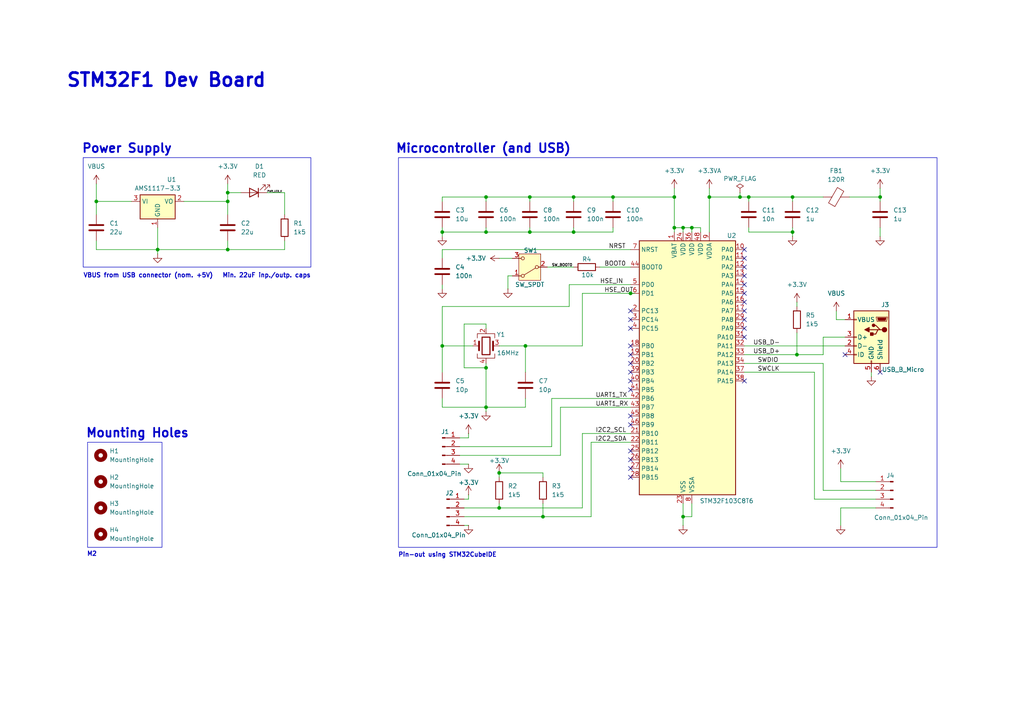
<source format=kicad_sch>
(kicad_sch (version 20231120) (generator "eeschema") (generator_version "8.0")
  (paper "A4")
  (title_block (title "STM32F1 Dev Board") (date "2024-03-10") (rev "0.1") (company "Royce Thomas Iype"))
  (lib_symbols
    (symbol "Connector:Conn_01x04_Pin" (pin_names (offset 1.016) hide)
      (property "Reference" "J" (at 0 5.08 0))
      (property "Value" "Conn_01x04_Pin" (at 0 -7.62 0))
      (symbol "Conn_01x04_Pin_1_1"
        (polyline (pts (xy 1.27 -5.08) (xy 0.8636 -5.08)) (stroke (width 0.1524)))
        (polyline (pts (xy 1.27 -2.54) (xy 0.8636 -2.54)) (stroke (width 0.1524)))
        (polyline (pts (xy 1.27 0) (xy 0.8636 0)) (stroke (width 0.1524)))
        (polyline (pts (xy 1.27 2.54) (xy 0.8636 2.54)) (stroke (width 0.1524)))
        (rectangle (start 0.8636 -4.953) (end 0 -5.207) (stroke (width 0.1524)) (fill (type outline)))
        (rectangle (start 0.8636 -2.413) (end 0 -2.667) (stroke (width 0.1524)) (fill (type outline)))
        (rectangle (start 0.8636 0.127) (end 0 -0.127) (stroke (width 0.1524)) (fill (type outline)))
        (rectangle (start 0.8636 2.667) (end 0 2.413) (stroke (width 0.1524)) (fill (type outline)))
        (pin passive line (at 5.08 2.54 180) (length 3.81) (name "Pin_1") (number "1"))
        (pin passive line (at 5.08 0 180) (length 3.81) (name "Pin_2") (number "2"))
        (pin passive line (at 5.08 -2.54 180) (length 3.81) (name "Pin_3") (number "3"))
        (pin passive line (at 5.08 -5.08 180) (length 3.81) (name "Pin_4") (number "4"))
      )
    )
    (symbol "Connector:USB_B_Micro" (pin_names (offset 1.016))
      (property "Reference" "J" (at -5.08 11.43 0))
      (property "Value" "USB_B_Micro" (at -5.08 8.89 0))
      (symbol "USB_B_Micro_0_1"
        (rectangle (start -5.08 -7.62) (end 5.08 7.62) (stroke (width 0.254)) (fill (type background)))
        (circle (center -3.81 2.159) (radius 0.635) (stroke (width 0.254)) (fill (type outline)))
        (circle (center -0.635 3.429) (radius 0.381) (stroke (width 0.254)) (fill (type outline)))
        (rectangle (start -0.127 -7.62) (end 0.127 -6.858))
        (polyline (pts (xy -1.905 2.159) (xy 0.635 2.159)) (stroke (width 0.254)))
        (polyline (pts (xy -3.175 2.159) (xy -2.54 2.159) (xy -1.27 3.429) (xy -0.635 3.429)) (stroke (width 0.254)))
        (polyline (pts (xy -2.54 2.159) (xy -1.905 2.159) (xy -1.27 0.889) (xy 0 0.889)) (stroke (width 0.254)))
        (polyline (pts (xy 0.635 2.794) (xy 0.635 1.524) (xy 1.905 2.159) (xy 0.635 2.794)) (stroke (width 0.254)) (fill (type outline)))
        (polyline (pts (xy -4.318 5.588) (xy -1.778 5.588) (xy -2.032 4.826) (xy -4.064 4.826) (xy -4.318 5.588)) (fill (type outline)))
        (polyline (pts (xy -4.699 5.842) (xy -4.699 5.588) (xy -4.445 4.826) (xy -4.445 4.572) (xy -1.651 4.572) (xy -1.651 4.826) (xy -1.397 5.588) (xy -1.397 5.842) (xy -4.699 5.842)))
        (rectangle (start 0.254 1.27) (end -0.508 0.508) (stroke (width 0.254)) (fill (type outline)))
        (rectangle (start 5.08 -5.207) (end 4.318 -4.953))
        (rectangle (start 5.08 -2.667) (end 4.318 -2.413))
        (rectangle (start 5.08 -0.127) (end 4.318 0.127))
        (rectangle (start 5.08 4.953) (end 4.318 5.207))
      )
      (symbol "USB_B_Micro_1_1"
        (pin power_out line (at 7.62 5.08 180) (length 2.54) (name "VBUS") (number "1"))
        (pin bidirectional line (at 7.62 -2.54 180) (length 2.54) (name "D-") (number "2"))
        (pin bidirectional line (at 7.62 0 180) (length 2.54) (name "D+") (number "3"))
        (pin passive line (at 7.62 -5.08 180) (length 2.54) (name "ID") (number "4"))
        (pin power_out line (at 0 -10.16 90) (length 2.54) (name "GND") (number "5"))
        (pin passive line (at -2.54 -10.16 90) (length 2.54) (name "Shield") (number "6"))
      )
    )
    (symbol "Device:C" (pin_numbers hide) (pin_names (offset 0.254))
      (property "Reference" "C" (at 0.635 2.54 0))
      (property "Value" "C" (at 0.635 -2.54 0))
      (symbol "C_0_1"
        (polyline (pts (xy -2.032 -0.762) (xy 2.032 -0.762)) (stroke (width 0.508)))
        (polyline (pts (xy -2.032 0.762) (xy 2.032 0.762)) (stroke (width 0.508)))
      )
      (symbol "C_1_1"
        (pin passive line (at 0 3.81 270) (length 2.794) (name "~") (number "1"))
        (pin passive line (at 0 -3.81 90) (length 2.794) (name "~") (number "2"))
      )
    )
    (symbol "Device:Crystal_GND24" (pin_names (offset 1.016) hide)
      (property "Reference" "Y" (at 3.175 5.08 0))
      (property "Value" "Crystal_GND24" (at 3.175 3.175 0))
      (symbol "Crystal_GND24_0_1"
        (rectangle (start -1.143 2.54) (end 1.143 -2.54) (stroke (width 0.3048)))
        (polyline (pts (xy -2.54 0) (xy -2.032 0)))
        (polyline (pts (xy -2.032 -1.27) (xy -2.032 1.27)) (stroke (width 0.508)))
        (polyline (pts (xy 0 -3.81) (xy 0 -3.556)))
        (polyline (pts (xy 0 3.556) (xy 0 3.81)))
        (polyline (pts (xy 2.032 -1.27) (xy 2.032 1.27)) (stroke (width 0.508)))
        (polyline (pts (xy 2.032 0) (xy 2.54 0)))
        (polyline (pts (xy -2.54 -2.286) (xy -2.54 -3.556) (xy 2.54 -3.556) (xy 2.54 -2.286)))
        (polyline (pts (xy -2.54 2.286) (xy -2.54 3.556) (xy 2.54 3.556) (xy 2.54 2.286)))
      )
      (symbol "Crystal_GND24_1_1"
        (pin passive line (at -3.81 0 0) (length 1.27) (name "1") (number "1"))
        (pin passive line (at 0 5.08 270) (length 1.27) (name "2") (number "2"))
        (pin passive line (at 3.81 0 180) (length 1.27) (name "3") (number "3"))
        (pin passive line (at 0 -5.08 90) (length 1.27) (name "4") (number "4"))
      )
    )
    (symbol "Device:FerriteBead" (pin_numbers hide) (pin_names (offset 0))
      (property "Reference" "FB" (at -3.81 0.635 90))
      (property "Value" "FerriteBead" (at 3.81 0 90))
      (symbol "FerriteBead_0_1"
        (polyline (pts (xy 0 -1.27) (xy 0 -1.2192)))
        (polyline (pts (xy 0 1.27) (xy 0 1.2954)))
        (polyline (pts (xy -2.7686 0.4064) (xy -1.7018 2.2606) (xy 2.7686 -0.3048) (xy 1.6764 -2.159) (xy -2.7686 0.4064)))
      )
      (symbol "FerriteBead_1_1"
        (pin passive line (at 0 3.81 270) (length 2.54) (name "~") (number "1"))
        (pin passive line (at 0 -3.81 90) (length 2.54) (name "~") (number "2"))
      )
    )
    (symbol "Device:LED" (pin_numbers hide) (pin_names (offset 1.016) hide)
      (property "Reference" "D" (at 0 2.54 0))
      (property "Value" "LED" (at 0 -2.54 0))
      (symbol "LED_0_1"
        (polyline (pts (xy -1.27 -1.27) (xy -1.27 1.27)) (stroke (width 0.254)))
        (polyline (pts (xy -1.27 0) (xy 1.27 0)))
        (polyline (pts (xy 1.27 -1.27) (xy 1.27 1.27) (xy -1.27 0) (xy 1.27 -1.27)) (stroke (width 0.254)))
        (polyline (pts (xy -3.048 -0.762) (xy -4.572 -2.286) (xy -3.81 -2.286) (xy -4.572 -2.286) (xy -4.572 -1.524)))
        (polyline (pts (xy -1.778 -0.762) (xy -3.302 -2.286) (xy -2.54 -2.286) (xy -3.302 -2.286) (xy -3.302 -1.524)))
      )
      (symbol "LED_1_1"
        (pin passive line (at -3.81 0 0) (length 2.54) (name "K") (number "1"))
        (pin passive line (at 3.81 0 180) (length 2.54) (name "A") (number "2"))
      )
    )
    (symbol "Device:R" (pin_numbers hide) (pin_names (offset 0))
      (property "Reference" "R" (at 2.032 0 90))
      (property "Value" "R" (at 0 0 90))
      (symbol "R_0_1"
        (rectangle (start -1.016 -2.54) (end 1.016 2.54) (stroke (width 0.254)))
      )
      (symbol "R_1_1"
        (pin passive line (at 0 3.81 270) (length 1.27) (name "~") (number "1"))
        (pin passive line (at 0 -3.81 90) (length 1.27) (name "~") (number "2"))
      )
    )
    (symbol "MCU_ST_STM32F1:STM32F103C8Tx"
      (property "Reference" "U" (at -12.7 39.37 0))
      (property "Value" "STM32F103C8Tx" (at 10.16 39.37 0))
      (symbol "STM32F103C8Tx_0_1"
        (rectangle (start -12.7 -35.56) (end 15.24 38.1) (stroke (width 0.254)) (fill (type background)))
      )
      (symbol "STM32F103C8Tx_1_1"
        (pin power_in line (at -2.54 40.64 270) (length 2.54) (name "VBAT") (number "1"))
        (pin bidirectional line (at 17.78 35.56 180) (length 2.54) (name "PA0") (number "10"))
        (pin bidirectional line (at 17.78 33.02 180) (length 2.54) (name "PA1") (number "11"))
        (pin bidirectional line (at 17.78 30.48 180) (length 2.54) (name "PA2") (number "12"))
        (pin bidirectional line (at 17.78 27.94 180) (length 2.54) (name "PA3") (number "13"))
        (pin bidirectional line (at 17.78 25.4 180) (length 2.54) (name "PA4") (number "14"))
        (pin bidirectional line (at 17.78 22.86 180) (length 2.54) (name "PA5") (number "15"))
        (pin bidirectional line (at 17.78 20.32 180) (length 2.54) (name "PA6") (number "16"))
        (pin bidirectional line (at 17.78 17.78 180) (length 2.54) (name "PA7") (number "17"))
        (pin bidirectional line (at -15.24 7.62 0) (length 2.54) (name "PB0") (number "18"))
        (pin bidirectional line (at -15.24 5.08 0) (length 2.54) (name "PB1") (number "19"))
        (pin bidirectional line (at -15.24 17.78 0) (length 2.54) (name "PC13") (number "2"))
        (pin bidirectional line (at -15.24 2.54 0) (length 2.54) (name "PB2") (number "20"))
        (pin bidirectional line (at -15.24 -17.78 0) (length 2.54) (name "PB10") (number "21"))
        (pin bidirectional line (at -15.24 -20.32 0) (length 2.54) (name "PB11") (number "22"))
        (pin power_in line (at 0 -38.1 90) (length 2.54) (name "VSS") (number "23"))
        (pin power_in line (at 0 40.64 270) (length 2.54) (name "VDD") (number "24"))
        (pin bidirectional line (at -15.24 -22.86 0) (length 2.54) (name "PB12") (number "25"))
        (pin bidirectional line (at -15.24 -25.4 0) (length 2.54) (name "PB13") (number "26"))
        (pin bidirectional line (at -15.24 -27.94 0) (length 2.54) (name "PB14") (number "27"))
        (pin bidirectional line (at -15.24 -30.48 0) (length 2.54) (name "PB15") (number "28"))
        (pin bidirectional line (at 17.78 15.24 180) (length 2.54) (name "PA8") (number "29"))
        (pin bidirectional line (at -15.24 15.24 0) (length 2.54) (name "PC14") (number "3"))
        (pin bidirectional line (at 17.78 12.7 180) (length 2.54) (name "PA9") (number "30"))
        (pin bidirectional line (at 17.78 10.16 180) (length 2.54) (name "PA10") (number "31"))
        (pin bidirectional line (at 17.78 7.62 180) (length 2.54) (name "PA11") (number "32"))
        (pin bidirectional line (at 17.78 5.08 180) (length 2.54) (name "PA12") (number "33"))
        (pin bidirectional line (at 17.78 2.54 180) (length 2.54) (name "PA13") (number "34"))
        (pin passive line (at 0 -38.1 90) (length 2.54) hide (name "VSS") (number "35"))
        (pin power_in line (at 2.54 40.64 270) (length 2.54) (name "VDD") (number "36"))
        (pin bidirectional line (at 17.78 0 180) (length 2.54) (name "PA14") (number "37"))
        (pin bidirectional line (at 17.78 -2.54 180) (length 2.54) (name "PA15") (number "38"))
        (pin bidirectional line (at -15.24 0 0) (length 2.54) (name "PB3") (number "39"))
        (pin bidirectional line (at -15.24 12.7 0) (length 2.54) (name "PC15") (number "4"))
        (pin bidirectional line (at -15.24 -2.54 0) (length 2.54) (name "PB4") (number "40"))
        (pin bidirectional line (at -15.24 -5.08 0) (length 2.54) (name "PB5") (number "41"))
        (pin bidirectional line (at -15.24 -7.62 0) (length 2.54) (name "PB6") (number "42"))
        (pin bidirectional line (at -15.24 -10.16 0) (length 2.54) (name "PB7") (number "43"))
        (pin input line (at -15.24 30.48 0) (length 2.54) (name "BOOT0") (number "44"))
        (pin bidirectional line (at -15.24 -12.7 0) (length 2.54) (name "PB8") (number "45"))
        (pin bidirectional line (at -15.24 -15.24 0) (length 2.54) (name "PB9") (number "46"))
        (pin passive line (at 0 -38.1 90) (length 2.54) hide (name "VSS") (number "47"))
        (pin power_in line (at 5.08 40.64 270) (length 2.54) (name "VDD") (number "48"))
        (pin bidirectional line (at -15.24 25.4 0) (length 2.54) (name "PD0") (number "5"))
        (pin bidirectional line (at -15.24 22.86 0) (length 2.54) (name "PD1") (number "6"))
        (pin input line (at -15.24 35.56 0) (length 2.54) (name "NRST") (number "7"))
        (pin power_in line (at 2.54 -38.1 90) (length 2.54) (name "VSSA") (number "8"))
        (pin power_in line (at 7.62 40.64 270) (length 2.54) (name "VDDA") (number "9"))
      )
    )
    (symbol "Mechanical:MountingHole" (pin_names (offset 1.016))
      (property "Reference" "H" (at 0 5.08 0))
      (property "Value" "MountingHole" (at 0 3.175 0))
      (symbol "MountingHole_0_1"
        (circle (center 0 0) (radius 1.27) (stroke (width 1.27)))
      )
    )
    (symbol "Regulator_Linear:AMS1117-3.3"
      (property "Reference" "U" (at -3.81 3.175 0))
      (property "Value" "AMS1117-3.3" (at 0 3.175 0))
      (symbol "AMS1117-3.3_0_1"
        (rectangle (start -5.08 -5.08) (end 5.08 1.905) (stroke (width 0.254)) (fill (type background)))
      )
      (symbol "AMS1117-3.3_1_1"
        (pin power_in line (at 0 -7.62 90) (length 2.54) (name "GND") (number "1"))
        (pin power_out line (at 7.62 0 180) (length 2.54) (name "VO") (number "2"))
        (pin power_in line (at -7.62 0 0) (length 2.54) (name "VI") (number "3"))
      )
    )
    (symbol "Switch:SW_SPDT" (pin_names (offset 0) hide)
      (property "Reference" "SW" (at 0 5.08 0))
      (property "Value" "SW_SPDT" (at 0 -5.08 0))
      (symbol "SW_SPDT_0_1"
        (circle (center -2.032 0) (radius 0.4572))
        (polyline (pts (xy -1.651 0.254) (xy 1.651 2.286)))
        (circle (center 2.032 -2.54) (radius 0.4572))
        (circle (center 2.032 2.54) (radius 0.4572))
      )
      (symbol "SW_SPDT_1_1"
        (rectangle (start -3.175 3.81) (end 3.175 -3.81) (fill (type background)))
        (pin passive line (at 5.08 2.54 180) (length 2.54) (name "A") (number "1"))
        (pin passive line (at -5.08 0 0) (length 2.54) (name "B") (number "2"))
        (pin passive line (at 5.08 -2.54 180) (length 2.54) (name "C") (number "3"))
      )
    )
    (symbol "power:+3.3V" (power) (pin_numbers hide) (pin_names (offset 0) hide)
      (property "Value" "+3.3V" (at 0 3.556 0))
      (symbol "+3.3V_0_1"
        (polyline (pts (xy -0.762 1.27) (xy 0 2.54)))
        (polyline (pts (xy 0 0) (xy 0 2.54)))
        (polyline (pts (xy 0 2.54) (xy 0.762 1.27)))
      )
      (symbol "+3.3V_1_1"
        (pin power_in line (at 0 0 90) (length 0) (name "~") (number "1"))
      )
    )
    (symbol "power:+3.3VA" (power) (pin_numbers hide) (pin_names (offset 0) hide)
      (property "Value" "+3.3VA" (at 0 3.556 0))
      (symbol "+3.3VA_0_1"
        (polyline (pts (xy -0.762 1.27) (xy 0 2.54)))
        (polyline (pts (xy 0 0) (xy 0 2.54)))
        (polyline (pts (xy 0 2.54) (xy 0.762 1.27)))
      )
      (symbol "+3.3VA_1_1"
        (pin power_in line (at 0 0 90) (length 0) (name "~") (number "1"))
      )
    )
    (symbol "power:GND" (power) (pin_numbers hide) (pin_names (offset 0) hide)
      (property "Value" "GND" (at 0 -3.81 0))
      (symbol "GND_0_1"
        (polyline (pts (xy 0 0) (xy 0 -1.27) (xy 1.27 -1.27) (xy 0 -2.54) (xy -1.27 -1.27) (xy 0 -1.27)))
      )
      (symbol "GND_1_1"
        (pin power_in line (at 0 0 270) (length 0) (name "~") (number "1"))
      )
    )
    (symbol "power:PWR_FLAG" (power) (pin_numbers hide) (pin_names (offset 0) hide)
      (property "Value" "PWR_FLAG" (at 0 3.81 0))
      (symbol "PWR_FLAG_0_0"
        (pin power_out line (at 0 0 90) (length 0) (name "~") (number "1"))
      )
      (symbol "PWR_FLAG_0_1"
        (polyline (pts (xy 0 0) (xy 0 1.27) (xy -1.016 1.905) (xy 0 2.54) (xy 1.016 1.905) (xy 0 1.27)))
      )
    )
    (symbol "power:VBUS" (power) (pin_numbers hide) (pin_names (offset 0) hide)
      (property "Value" "VBUS" (at 0 3.556 0))
      (symbol "VBUS_0_1"
        (polyline (pts (xy -0.762 1.27) (xy 0 2.54)))
        (polyline (pts (xy 0 0) (xy 0 2.54)))
        (polyline (pts (xy 0 2.54) (xy 0.762 1.27)))
      )
      (symbol "VBUS_1_1"
        (pin power_in line (at 0 0 90) (length 0) (name "~") (number "1"))
      )
    )
  )
  (junction (at 231.14 102.87))
  (junction (at 45.72 72.39))
  (junction (at 198.12 66.04))
  (junction (at 153.67 67.31))
  (junction (at 166.37 67.31))
  (junction (at 195.58 57.15))
  (junction (at 140.97 57.15))
  (junction (at 140.97 118.11))
  (junction (at 66.04 58.42))
  (junction (at 140.97 106.68))
  (junction (at 177.8 57.15))
  (junction (at 153.67 57.15))
  (junction (at 157.48 149.86))
  (junction (at 195.58 66.04))
  (junction (at 128.27 67.31))
  (junction (at 205.74 57.15))
  (junction (at 140.97 67.31))
  (junction (at 255.27 57.15))
  (junction (at 152.4 100.33))
  (junction (at 66.04 72.39))
  (junction (at 128.27 100.33))
  (junction (at 182.88 85.09))
  (junction (at 200.66 66.04))
  (junction (at 198.12 149.86))
  (junction (at 229.87 57.15))
  (junction (at 66.04 55.88))
  (junction (at 144.78 137.16))
  (junction (at 217.17 57.15))
  (junction (at 214.63 57.15))
  (junction (at 166.37 57.15))
  (junction (at 229.87 67.31))
  (junction (at 144.78 147.32))
  (junction (at 27.94 58.42))
  (no_connect (at 255.27 107.95))
  (no_connect (at 182.88 110.49))
  (no_connect (at 215.9 85.09))
  (no_connect (at 182.88 120.65))
  (no_connect (at 215.9 72.39))
  (no_connect (at 215.9 97.79))
  (no_connect (at 182.88 90.17))
  (no_connect (at 182.88 95.25))
  (no_connect (at 182.88 102.87))
  (no_connect (at 182.88 133.35))
  (no_connect (at 215.9 74.93))
  (no_connect (at 215.9 80.01))
  (no_connect (at 215.9 110.49))
  (no_connect (at 215.9 82.55))
  (no_connect (at 182.88 113.03))
  (no_connect (at 182.88 123.19))
  (no_connect (at 245.11 102.87))
  (no_connect (at 182.88 92.71))
  (no_connect (at 215.9 77.47))
  (no_connect (at 215.9 92.71))
  (no_connect (at 215.9 95.25))
  (no_connect (at 182.88 135.89))
  (no_connect (at 182.88 100.33))
  (no_connect (at 182.88 107.95))
  (no_connect (at 215.9 87.63))
  (no_connect (at 182.88 130.81))
  (no_connect (at 182.88 105.41))
  (no_connect (at 215.9 90.17))
  (no_connect (at 182.88 138.43))
  (wire (pts (xy 128.27 57.15) (xy 140.97 57.15)))
  (wire (pts (xy 45.72 72.39) (xy 45.72 73.66)))
  (wire (pts (xy 66.04 53.34) (xy 66.04 55.88)))
  (wire (pts (xy 27.94 58.42) (xy 27.94 62.23)))
  (wire (pts (xy 238.76 142.24) (xy 254 142.24)))
  (wire (pts (xy 152.4 100.33) (xy 152.4 107.95)))
  (wire (pts (xy 162.56 118.11) (xy 182.88 118.11)))
  (wire (pts (xy 229.87 57.15) (xy 238.76 57.15)))
  (wire (pts (xy 27.94 69.85) (xy 27.94 72.39)))
  (wire (pts (xy 255.27 54.61) (xy 255.27 57.15)))
  (wire (pts (xy 157.48 137.16) (xy 157.48 138.43)))
  (wire (pts (xy 140.97 93.98) (xy 134.62 93.98)))
  (wire (pts (xy 198.12 149.86) (xy 198.12 152.4)))
  (wire (pts (xy 153.67 57.15) (xy 153.67 58.42)))
  (wire (pts (xy 135.89 144.78) (xy 134.62 144.78)))
  (wire (pts (xy 205.74 54.61) (xy 205.74 57.15)))
  (wire (pts (xy 157.48 146.05) (xy 157.48 149.86)))
  (wire (pts (xy 160.02 115.57) (xy 182.88 115.57)))
  (wire (pts (xy 215.9 100.33) (xy 245.11 100.33)))
  (wire (pts (xy 140.97 57.15) (xy 153.67 57.15)))
  (wire (pts (xy 215.9 102.87) (xy 231.14 102.87)))
  (wire (pts (xy 165.1 82.55) (xy 182.88 82.55)))
  (wire (pts (xy 135.89 152.4) (xy 134.62 152.4)))
  (wire (pts (xy 160.02 115.57) (xy 160.02 129.54)))
  (wire (pts (xy 128.27 100.33) (xy 128.27 88.9)))
  (wire (pts (xy 217.17 57.15) (xy 229.87 57.15)))
  (wire (pts (xy 128.27 100.33) (xy 128.27 107.95)))
  (wire (pts (xy 205.74 57.15) (xy 214.63 57.15)))
  (wire (pts (xy 229.87 57.15) (xy 229.87 58.42)))
  (wire (pts (xy 133.35 129.54) (xy 160.02 129.54)))
  (wire (pts (xy 140.97 57.15) (xy 140.97 58.42)))
  (wire (pts (xy 144.78 138.43) (xy 144.78 137.16)))
  (wire (pts (xy 198.12 146.05) (xy 198.12 149.86)))
  (wire (pts (xy 128.27 67.31) (xy 140.97 67.31)))
  (wire (pts (xy 128.27 58.42) (xy 128.27 57.15)))
  (wire (pts (xy 27.94 58.42) (xy 38.1 58.42)))
  (wire (pts (xy 134.62 106.68) (xy 140.97 106.68)))
  (wire (pts (xy 217.17 57.15) (xy 217.17 58.42)))
  (wire (pts (xy 66.04 55.88) (xy 66.04 58.42)))
  (wire (pts (xy 144.78 100.33) (xy 152.4 100.33)))
  (wire (pts (xy 195.58 54.61) (xy 195.58 57.15)))
  (wire (pts (xy 128.27 100.33) (xy 137.16 100.33)))
  (wire (pts (xy 82.55 69.85) (xy 82.55 72.39)))
  (wire (pts (xy 203.2 66.04) (xy 203.2 67.31)))
  (wire (pts (xy 153.67 57.15) (xy 166.37 57.15)))
  (wire (pts (xy 134.62 147.32) (xy 144.78 147.32)))
  (wire (pts (xy 82.55 72.39) (xy 66.04 72.39)))
  (wire (pts (xy 128.27 118.11) (xy 140.97 118.11)))
  (wire (pts (xy 66.04 58.42) (xy 66.04 62.23)))
  (wire (pts (xy 198.12 66.04) (xy 200.66 66.04)))
  (wire (pts (xy 243.84 139.7) (xy 254 139.7)))
  (wire (pts (xy 173.99 77.47) (xy 182.88 77.47)))
  (wire (pts (xy 128.27 67.31) (xy 128.27 68.58)))
  (wire (pts (xy 158.75 77.47) (xy 166.37 77.47)))
  (wire (pts (xy 153.67 67.31) (xy 153.67 66.04)))
  (wire (pts (xy 144.78 137.16) (xy 157.48 137.16)))
  (wire (pts (xy 238.76 102.87) (xy 238.76 97.79)))
  (wire (pts (xy 215.9 107.95) (xy 236.22 107.95)))
  (wire (pts (xy 166.37 67.31) (xy 177.8 67.31)))
  (wire (pts (xy 128.27 72.39) (xy 182.88 72.39)))
  (wire (pts (xy 162.56 118.11) (xy 162.56 132.08)))
  (wire (pts (xy 243.84 152.4) (xy 243.84 147.32)))
  (wire (pts (xy 140.97 67.31) (xy 153.67 67.31)))
  (wire (pts (xy 157.48 149.86) (xy 171.45 149.86)))
  (wire (pts (xy 231.14 102.87) (xy 238.76 102.87)))
  (wire (pts (xy 195.58 66.04) (xy 198.12 66.04)))
  (wire (pts (xy 77.47 55.88) (xy 82.55 55.88)))
  (wire (pts (xy 200.66 146.05) (xy 200.66 149.86)))
  (wire (pts (xy 45.72 66.04) (xy 45.72 72.39)))
  (wire (pts (xy 135.89 143.51) (xy 135.89 144.78)))
  (wire (pts (xy 128.27 115.57) (xy 128.27 118.11)))
  (wire (pts (xy 177.8 67.31) (xy 177.8 66.04)))
  (wire (pts (xy 140.97 118.11) (xy 152.4 118.11)))
  (wire (pts (xy 147.32 83.82) (xy 147.32 80.01)))
  (wire (pts (xy 236.22 107.95) (xy 236.22 144.78)))
  (wire (pts (xy 229.87 67.31) (xy 229.87 68.58)))
  (wire (pts (xy 195.58 57.15) (xy 195.58 66.04)))
  (wire (pts (xy 140.97 106.68) (xy 140.97 105.41)))
  (wire (pts (xy 171.45 149.86) (xy 171.45 128.27)))
  (wire (pts (xy 217.17 67.31) (xy 229.87 67.31)))
  (wire (pts (xy 140.97 95.25) (xy 140.97 93.98)))
  (wire (pts (xy 140.97 106.68) (xy 140.97 118.11)))
  (wire (pts (xy 134.62 149.86) (xy 157.48 149.86)))
  (wire (pts (xy 238.76 105.41) (xy 238.76 142.24)))
  (wire (pts (xy 27.94 53.34) (xy 27.94 58.42)))
  (wire (pts (xy 152.4 115.57) (xy 152.4 118.11)))
  (wire (pts (xy 166.37 57.15) (xy 177.8 57.15)))
  (wire (pts (xy 45.72 72.39) (xy 66.04 72.39)))
  (wire (pts (xy 184.15 85.09) (xy 182.88 85.09)))
  (wire (pts (xy 215.9 105.41) (xy 238.76 105.41)))
  (wire (pts (xy 168.91 85.09) (xy 168.91 100.33)))
  (wire (pts (xy 242.57 90.17) (xy 242.57 92.71)))
  (wire (pts (xy 252.73 109.22) (xy 252.73 107.95)))
  (wire (pts (xy 246.38 57.15) (xy 255.27 57.15)))
  (wire (pts (xy 134.62 93.98) (xy 134.62 106.68)))
  (wire (pts (xy 200.66 66.04) (xy 203.2 66.04)))
  (wire (pts (xy 177.8 57.15) (xy 177.8 58.42)))
  (wire (pts (xy 205.74 67.31) (xy 205.74 57.15)))
  (wire (pts (xy 168.91 85.09) (xy 182.88 85.09)))
  (wire (pts (xy 128.27 82.55) (xy 128.27 83.82)))
  (wire (pts (xy 171.45 128.27) (xy 182.88 128.27)))
  (wire (pts (xy 66.04 55.88) (xy 69.85 55.88)))
  (wire (pts (xy 217.17 66.04) (xy 217.17 67.31)))
  (wire (pts (xy 198.12 149.86) (xy 200.66 149.86)))
  (wire (pts (xy 231.14 96.52) (xy 231.14 102.87)))
  (wire (pts (xy 135.89 127) (xy 133.35 127)))
  (wire (pts (xy 214.63 57.15) (xy 217.17 57.15)))
  (wire (pts (xy 128.27 66.04) (xy 128.27 67.31)))
  (wire (pts (xy 166.37 67.31) (xy 166.37 66.04)))
  (wire (pts (xy 214.63 55.88) (xy 214.63 57.15)))
  (wire (pts (xy 177.8 57.15) (xy 195.58 57.15)))
  (wire (pts (xy 153.67 67.31) (xy 166.37 67.31)))
  (wire (pts (xy 128.27 74.93) (xy 128.27 72.39)))
  (wire (pts (xy 128.27 88.9) (xy 165.1 88.9)))
  (wire (pts (xy 133.35 134.62) (xy 135.89 134.62)))
  (wire (pts (xy 236.22 144.78) (xy 254 144.78)))
  (wire (pts (xy 238.76 97.79) (xy 245.11 97.79)))
  (wire (pts (xy 195.58 66.04) (xy 195.58 67.31)))
  (wire (pts (xy 168.91 147.32) (xy 168.91 125.73)))
  (wire (pts (xy 168.91 125.73) (xy 182.88 125.73)))
  (wire (pts (xy 229.87 66.04) (xy 229.87 67.31)))
  (wire (pts (xy 144.78 74.93) (xy 148.59 74.93)))
  (wire (pts (xy 140.97 118.11) (xy 140.97 119.38)))
  (wire (pts (xy 198.12 66.04) (xy 198.12 67.31)))
  (wire (pts (xy 82.55 55.88) (xy 82.55 62.23)))
  (wire (pts (xy 144.78 146.05) (xy 144.78 147.32)))
  (wire (pts (xy 255.27 66.04) (xy 255.27 68.58)))
  (wire (pts (xy 255.27 57.15) (xy 255.27 58.42)))
  (wire (pts (xy 66.04 58.42) (xy 53.34 58.42)))
  (wire (pts (xy 231.14 87.63) (xy 231.14 88.9)))
  (wire (pts (xy 165.1 82.55) (xy 165.1 88.9)))
  (wire (pts (xy 243.84 135.89) (xy 243.84 139.7)))
  (wire (pts (xy 133.35 132.08) (xy 162.56 132.08)))
  (wire (pts (xy 147.32 80.01) (xy 148.59 80.01)))
  (wire (pts (xy 200.66 66.04) (xy 200.66 67.31)))
  (wire (pts (xy 168.91 100.33) (xy 152.4 100.33)))
  (wire (pts (xy 140.97 67.31) (xy 140.97 66.04)))
  (wire (pts (xy 166.37 57.15) (xy 166.37 58.42)))
  (wire (pts (xy 66.04 72.39) (xy 66.04 69.85)))
  (wire (pts (xy 27.94 72.39) (xy 45.72 72.39)))
  (wire (pts (xy 242.57 92.71) (xy 245.11 92.71)))
  (wire (pts (xy 144.78 147.32) (xy 168.91 147.32)))
  (wire (pts (xy 135.89 125.73) (xy 135.89 127)))
  (wire (pts (xy 243.84 147.32) (xy 254 147.32)))
  (rectangle (start 25.4 128.27) (end 46.99 158.75))
  (rectangle (start 115.57 45.72) (end 271.78 158.75))
  (rectangle (start 24.13 45.72) (end 90.17 77.47))
  (text "Microcontroller (and USB)" (at 140.208 43.18 0) (effects (font (size 2.54 2.54) (bold yes))))
  (text "Power Supply" (at 36.83 43.18 0) (effects (font (size 2.54 2.54) (thickness 0.508) (bold yes))))
  (text "STM32F1 Dev Board" (at 48.26 23.368 0) (effects (font (size 3.81 3.81) (bold yes))))
  (text "Mounting Holes" (at 39.878 125.73 0) (effects (font (size 2.54 2.54) (thickness 0.508) (bold yes))))
  (text "VBUS from USB connector (nom. +5V)   Min. 22uF inp./outp. caps" (at 57.15 80.01 0) (effects (font (size 1.27 1.27) (thickness 0.254) (bold yes))))
  (text "Pin-out using STM32CubeIDE" (at 129.794 161.036 0) (effects (font (size 1.27 1.27) (thickness 0.254) (bold yes))))
  (text "M2" (at 26.67 160.782 0) (effects (font (size 1.27 1.27) (thickness 0.254) (bold yes))))
  (label "NRST" (at 176.53 72.39 0))
  (label "UART1_RX" (at 172.72 118.11 0))
  (label "USB_D+" (at 218.44 102.87 0))
  (label "I2C2_SDA" (at 172.72 128.27 0))
  (label "HSE_IN" (at 173.99 82.55 0))
  (label "SWCLK" (at 219.71 107.95 0))
  (label "I2C2_SCL" (at 172.72 125.73 0))
  (label "UART1_TX" (at 172.72 115.57 0))
  (label "BOOT0" (at 175.26 77.47 0))
  (label "SWDIO" (at 219.71 105.41 0))
  (label "PWR_LED_K" (at 77.47 55.88 0) (effects (font (size 0.508 0.508))))
  (label "HSE_OUT" (at 175.26 85.09 0))
  (label "SW_BOOT0" (at 160.02 77.47 0) (effects (font (size 0.762 0.762))))
  (label "USB_D-" (at 218.44 100.33 0))
  (symbol (lib_id "power:GND") (at 45.72 73.66 0) (unit 1)
    (property "Reference" "#PWR02" (effects (hide yes)))
    (property "Value" "GND" (effects (hide yes)))
    (property "Description" "Power symbol creates a global label with name \"GND\" , ground" (effects (hide yes)))
  )
  (symbol (lib_id "power:+3.3V") (at 144.78 137.16 0) (unit 1)
    (property "Reference" "#PWR012" (effects (hide yes)))
    (property "Value" "+3.3V" (at 144.78 133.604 0))
    (property "Description" "Power symbol creates a global label with name \"+3.3V\"" (effects (hide yes)))
  )
  (symbol (lib_id "MCU_ST_STM32F1:STM32F103C8Tx") (at 198.12 107.95 0) (unit 1)
    (property "Reference" "U2" (at 210.82 68.326 0) (effects (justify left)))
    (property "Value" "STM32F103C8T6" (at 202.946 145.288 0) (effects (justify left)))
    (property "Footprint" "Package_QFP:LQFP-48_7x7mm_P0.5mm" (effects (hide yes)))
    (property "Datasheet" "https://www.st.com/resource/en/datasheet/stm32f103c8.pdf" (effects (hide yes)))
    (property "Description" "STMicroelectronics Arm Cortex-M3 MCU, 64KB flash, 20KB RAM, 72 MHz, 2.0-3.6V, 37 GPIO, LQFP48" (effects (hide yes)))
  )
  (symbol (lib_id "Device:R") (at 231.14 92.71 0) (unit 1)
    (property "Reference" "R5" (at 233.68 91.4399 0) (effects (justify left)))
    (property "Value" "1k5" (at 233.68 93.9799 0) (effects (justify left)))
    (property "Footprint" "Resistor_SMD:R_0402_1005Metric" (effects (hide yes)))
    (property "Description" "Resistor" (effects (hide yes)))
  )
  (symbol (lib_id "Mechanical:MountingHole") (at 29.21 154.94 0) (unit 1)
    (property "Reference" "H4" (at 31.75 153.6699 0) (effects (justify left)))
    (property "Value" "MountingHole" (at 31.75 156.2099 0) (effects (justify left)))
    (property "Footprint" "MountingHole:MountingHole_2.2mm_M2" (effects (hide yes)))
    (property "Description" "Mounting Hole without connection" (effects (hide yes)))
  )
  (symbol (lib_id "Connector:Conn_01x04_Pin") (at 128.27 129.54 0) (unit 1)
    (property "Reference" "J1" (at 130.302 125.222 0) (effects (justify right)))
    (property "Value" "Conn_01x04_Pin" (at 133.858 137.414 0) (effects (justify right)))
    (property "Footprint" "Connector_PinHeader_2.54mm:PinHeader_1x04_P2.54mm_Vertical" (effects (hide yes)))
    (property "Description" "Generic connector, single row, 01x04, script generated" (effects (hide yes)))
  )
  (symbol (lib_id "power:+3.3V") (at 144.78 74.93 90) (unit 1)
    (property "Reference" "#PWR011" (effects (hide yes)))
    (property "Value" "+3.3V" (at 140.97 74.9299 90) (effects (justify left)))
    (property "Description" "Power symbol creates a global label with name \"+3.3V\"" (effects (hide yes)))
  )
  (symbol (lib_id "power:GND") (at 198.12 152.4 0) (unit 1)
    (property "Reference" "#PWR015" (effects (hide yes)))
    (property "Value" "GND" (effects (hide yes)))
    (property "Description" "Power symbol creates a global label with name \"GND\" , ground" (effects (hide yes)))
  )
  (symbol (lib_id "power:+3.3V") (at 243.84 135.89 0) (unit 1)
    (property "Reference" "#PWR020" (effects (hide yes)))
    (property "Value" "+3.3V" (at 243.84 130.81 0))
    (property "Description" "Power symbol creates a global label with name \"+3.3V\"" (effects (hide yes)))
  )
  (symbol (lib_id "Device:R") (at 82.55 66.04 0) (unit 1)
    (property "Reference" "R1" (at 85.09 64.7699 0) (effects (justify left)))
    (property "Value" "1k5" (at 85.09 67.3099 0) (effects (justify left)))
    (property "Footprint" "Resistor_SMD:R_0402_1005Metric" (effects (hide yes)))
    (property "Description" "Resistor" (effects (hide yes)))
  )
  (symbol (lib_id "power:GND") (at 229.87 68.58 0) (unit 1)
    (property "Reference" "#PWR017" (effects (hide yes)))
    (property "Value" "GND" (effects (hide yes)))
    (property "Description" "Power symbol creates a global label with name \"GND\" , ground" (effects (hide yes)))
  )
  (symbol (lib_id "Device:C") (at 66.04 66.04 0) (unit 1)
    (property "Reference" "C2" (at 69.85 64.7699 0) (effects (justify left)))
    (property "Value" "22u" (at 69.85 67.3099 0) (effects (justify left)))
    (property "Footprint" "Capacitor_SMD:C_0805_2012Metric" (effects (hide yes)))
    (property "Description" "Unpolarized capacitor" (effects (hide yes)))
  )
  (symbol (lib_id "power:GND") (at 255.27 68.58 0) (unit 1)
    (property "Reference" "#PWR024" (effects (hide yes)))
    (property "Value" "GND" (effects (hide yes)))
    (property "Description" "Power symbol creates a global label with name \"GND\" , ground" (effects (hide yes)))
  )
  (symbol (lib_id "Device:C") (at 128.27 111.76 0) (unit 1)
    (property "Reference" "C5" (at 132.08 110.4899 0) (effects (justify left)))
    (property "Value" "10p" (at 132.08 113.0299 0) (effects (justify left)))
    (property "Footprint" "Capacitor_SMD:C_0402_1005Metric" (effects (hide yes)))
    (property "Description" "Unpolarized capacitor" (effects (hide yes)))
  )
  (symbol (lib_id "power:+3.3V") (at 135.89 125.73 0) (unit 1)
    (property "Reference" "#PWR06" (effects (hide yes)))
    (property "Value" "+3.3V" (at 135.89 120.65 0))
    (property "Description" "Power symbol creates a global label with name \"+3.3V\"" (effects (hide yes)))
  )
  (symbol (lib_id "power:GND") (at 252.73 109.22 0) (unit 1)
    (property "Reference" "#PWR022" (effects (hide yes)))
    (property "Value" "GND" (effects (hide yes)))
    (property "Description" "Power symbol creates a global label with name \"GND\" , ground" (effects (hide yes)))
  )
  (symbol (lib_id "Device:C") (at 229.87 62.23 0) (unit 1)
    (property "Reference" "C12" (at 233.68 60.9599 0) (effects (justify left)))
    (property "Value" "1u" (at 233.68 63.4999 0) (effects (justify left)))
    (property "Footprint" "Capacitor_SMD:C_0402_1005Metric" (effects (hide yes)))
    (property "Description" "Unpolarized capacitor" (effects (hide yes)))
  )
  (symbol (lib_id "power:VBUS") (at 27.94 53.34 0) (unit 1)
    (property "Reference" "#PWR01" (effects (hide yes)))
    (property "Value" "VBUS" (at 27.94 48.26 0))
    (property "Description" "Power symbol creates a global label with name \"VBUS\"" (effects (hide yes)))
  )
  (symbol (lib_id "Device:C") (at 128.27 78.74 0) (unit 1)
    (property "Reference" "C4" (at 132.08 77.4699 0) (effects (justify left)))
    (property "Value" "100n" (at 132.08 80.0099 0) (effects (justify left)))
    (property "Footprint" "Capacitor_SMD:C_0402_1005Metric" (effects (hide yes)))
    (property "Description" "Unpolarized capacitor" (effects (hide yes)))
  )
  (symbol (lib_id "Device:R") (at 157.48 142.24 0) (unit 1)
    (property "Reference" "R3" (at 160.02 140.9699 0) (effects (justify left)))
    (property "Value" "1k5" (at 160.02 143.5099 0) (effects (justify left)))
    (property "Footprint" "Resistor_SMD:R_0402_1005Metric" (effects (hide yes)))
    (property "Description" "Resistor" (effects (hide yes)))
  )
  (symbol (lib_id "power:+3.3V") (at 66.04 53.34 0) (unit 1)
    (property "Reference" "#PWR03" (effects (hide yes)))
    (property "Value" "+3.3V" (at 66.04 48.26 0))
    (property "Description" "Power symbol creates a global label with name \"+3.3V\"" (effects (hide yes)))
  )
  (symbol (lib_id "Mechanical:MountingHole") (at 29.21 132.08 0) (unit 1)
    (property "Reference" "H1" (at 31.75 130.8099 0) (effects (justify left)))
    (property "Value" "MountingHole" (at 31.75 133.3499 0) (effects (justify left)))
    (property "Footprint" "MountingHole:MountingHole_2.2mm_M2" (effects (hide yes)))
    (property "Description" "Mounting Hole without connection" (effects (hide yes)))
  )
  (symbol (lib_id "power:GND") (at 135.89 152.4 0) (unit 1)
    (property "Reference" "#PWR09" (effects (hide yes)))
    (property "Value" "GND" (effects (hide yes)))
    (property "Description" "Power symbol creates a global label with name \"GND\" , ground" (effects (hide yes)))
  )
  (symbol (lib_id "Device:R") (at 144.78 142.24 0) (unit 1)
    (property "Reference" "R2" (at 147.32 140.9699 0) (effects (justify left)))
    (property "Value" "1k5" (at 147.32 143.5099 0) (effects (justify left)))
    (property "Footprint" "Resistor_SMD:R_0402_1005Metric" (effects (hide yes)))
    (property "Description" "Resistor" (effects (hide yes)))
  )
  (symbol (lib_id "power:PWR_FLAG") (at 214.63 55.88 0) (unit 1)
    (property "Reference" "#FLG01" (effects (hide yes)))
    (property "Value" "PWR_FLAG" (at 214.63 51.816 0))
    (property "Description" "Special symbol for telling ERC where power comes from" (effects (hide yes)))
  )
  (symbol (lib_id "Device:C") (at 128.27 62.23 0) (unit 1)
    (property "Reference" "C3" (at 132.08 60.9599 0) (effects (justify left)))
    (property "Value" "10u" (at 132.08 63.4999 0) (effects (justify left)))
    (property "Footprint" "Capacitor_SMD:C_0603_1608Metric" (effects (hide yes)))
    (property "Description" "Unpolarized capacitor" (effects (hide yes)))
  )
  (symbol (lib_id "power:VBUS") (at 242.57 90.17 0) (unit 1)
    (property "Reference" "#PWR019" (effects (hide yes)))
    (property "Value" "VBUS" (at 242.57 85.09 0))
    (property "Description" "Power symbol creates a global label with name \"VBUS\"" (effects (hide yes)))
  )
  (symbol (lib_id "Device:Crystal_GND24") (at 140.97 100.33 0) (unit 1)
    (property "Reference" "Y1" (at 145.288 97.028 0))
    (property "Value" "16MHz" (at 147.32 102.362 0))
    (property "Footprint" "Crystal:Crystal_SMD_3225-4Pin_3.2x2.5mm" (effects (hide yes)))
    (property "Description" "Four pin crystal, GND on pins 2 and 4" (effects (hide yes)))
  )
  (symbol (lib_id "Device:C") (at 152.4 111.76 0) (unit 1)
    (property "Reference" "C7" (at 156.21 110.4899 0) (effects (justify left)))
    (property "Value" "10p" (at 156.21 113.0299 0) (effects (justify left)))
    (property "Footprint" "Capacitor_SMD:C_0402_1005Metric" (effects (hide yes)))
    (property "Description" "Unpolarized capacitor" (effects (hide yes)))
  )
  (symbol (lib_id "power:GND") (at 135.89 134.62 0) (unit 1)
    (property "Reference" "#PWR07" (effects (hide yes)))
    (property "Value" "GND" (effects (hide yes)))
    (property "Description" "Power symbol creates a global label with name \"GND\" , ground" (effects (hide yes)))
  )
  (symbol (lib_id "power:+3.3V") (at 135.89 143.51 0) (unit 1)
    (property "Reference" "#PWR08" (effects (hide yes)))
    (property "Value" "+3.3V" (at 135.89 139.954 0))
    (property "Description" "Power symbol creates a global label with name \"+3.3V\"" (effects (hide yes)))
  )
  (symbol (lib_id "Regulator_Linear:AMS1117-3.3") (at 45.72 58.42 0) (unit 1)
    (property "Reference" "U1" (at 49.784 52.07 0))
    (property "Value" "AMS1117-3.3" (at 45.72 54.61 0))
    (property "Footprint" "Package_TO_SOT_SMD:SOT-223-3_TabPin2" (effects (hide yes)))
    (property "Datasheet" "http://www.advanced-monolithic.com/pdf/ds1117.pdf" (effects (hide yes)))
    (property "Description" "1A Low Dropout regulator, positive, 3.3V fixed output, SOT-223" (effects (hide yes)))
  )
  (symbol (lib_id "Switch:SW_SPDT") (at 153.67 77.47 180) (unit 1)
    (property "Reference" "SW1" (at 153.924 72.644 0))
    (property "Value" "SW_SPDT" (at 153.67 82.55 0))
    (property "Footprint" "Button_Switch_SMD:SW_SPDT_PCM12" (effects (hide yes)))
    (property "Description" "Switch, single pole double throw" (effects (hide yes)))
  )
  (symbol (lib_id "Device:FerriteBead") (at 242.57 57.15 90) (unit 1)
    (property "Reference" "FB1" (at 242.5192 49.53 90))
    (property "Value" "120R" (at 242.5192 52.07 90))
    (property "Footprint" "Inductor_SMD:L_0603_1608Metric" (effects (hide yes)))
    (property "Description" "Ferrite bead" (effects (hide yes)))
  )
  (symbol (lib_id "power:+3.3V") (at 195.58 54.61 0) (unit 1)
    (property "Reference" "#PWR014" (effects (hide yes)))
    (property "Value" "+3.3V" (at 195.58 49.53 0))
    (property "Description" "Power symbol creates a global label with name \"+3.3V\"" (effects (hide yes)))
  )
  (symbol (lib_id "Connector:Conn_01x04_Pin") (at 129.54 147.32 0) (unit 1)
    (property "Reference" "J2" (at 131.572 143.002 0) (effects (justify right)))
    (property "Value" "Conn_01x04_Pin" (at 135.128 155.194 0) (effects (justify right)))
    (property "Footprint" "Connector_PinHeader_2.54mm:PinHeader_1x04_P2.54mm_Vertical" (effects (hide yes)))
    (property "Description" "Generic connector, single row, 01x04, script generated" (effects (hide yes)))
  )
  (symbol (lib_id "power:GND") (at 147.32 83.82 0) (unit 1)
    (property "Reference" "#PWR013" (effects (hide yes)))
    (property "Value" "GND" (effects (hide yes)))
    (property "Description" "Power symbol creates a global label with name \"GND\" , ground" (effects (hide yes)))
  )
  (symbol (lib_id "power:GND") (at 140.97 119.38 0) (unit 1)
    (property "Reference" "#PWR010" (effects (hide yes)))
    (property "Value" "GND" (effects (hide yes)))
    (property "Description" "Power symbol creates a global label with name \"GND\" , ground" (effects (hide yes)))
  )
  (symbol (lib_id "power:+3.3V") (at 231.14 87.63 0) (unit 1)
    (property "Reference" "#PWR018" (effects (hide yes)))
    (property "Value" "+3.3V" (at 231.14 82.55 0))
    (property "Description" "Power symbol creates a global label with name \"+3.3V\"" (effects (hide yes)))
  )
  (symbol (lib_id "power:GND") (at 243.84 152.4 0) (unit 1)
    (property "Reference" "#PWR021" (effects (hide yes)))
    (property "Value" "GND" (effects (hide yes)))
    (property "Description" "Power symbol creates a global label with name \"GND\" , ground" (effects (hide yes)))
  )
  (symbol (lib_id "power:GND") (at 128.27 68.58 0) (unit 1)
    (property "Reference" "#PWR04" (effects (hide yes)))
    (property "Value" "GND" (effects (hide yes)))
    (property "Description" "Power symbol creates a global label with name \"GND\" , ground" (effects (hide yes)))
  )
  (symbol (lib_id "power:+3.3VA") (at 205.74 54.61 0) (unit 1)
    (property "Reference" "#PWR016" (effects (hide yes)))
    (property "Value" "+3.3VA" (at 205.74 49.53 0))
    (property "Description" "Power symbol creates a global label with name \"+3.3VA\"" (effects (hide yes)))
  )
  (symbol (lib_id "Device:C") (at 255.27 62.23 0) (unit 1)
    (property "Reference" "C13" (at 259.08 60.9599 0) (effects (justify left)))
    (property "Value" "1u" (at 259.08 63.4999 0) (effects (justify left)))
    (property "Footprint" "Capacitor_SMD:C_0402_1005Metric" (effects (hide yes)))
    (property "Description" "Unpolarized capacitor" (effects (hide yes)))
  )
  (symbol (lib_id "Device:C") (at 177.8 62.23 0) (unit 1)
    (property "Reference" "C10" (at 181.61 60.9599 0) (effects (justify left)))
    (property "Value" "100n" (at 181.61 63.4999 0) (effects (justify left)))
    (property "Footprint" "Capacitor_SMD:C_0402_1005Metric" (effects (hide yes)))
    (property "Description" "Unpolarized capacitor" (effects (hide yes)))
  )
  (symbol (lib_id "Device:C") (at 166.37 62.23 0) (unit 1)
    (property "Reference" "C9" (at 170.18 60.9599 0) (effects (justify left)))
    (property "Value" "100n" (at 170.18 63.4999 0) (effects (justify left)))
    (property "Footprint" "Capacitor_SMD:C_0402_1005Metric" (effects (hide yes)))
    (property "Description" "Unpolarized capacitor" (effects (hide yes)))
  )
  (symbol (lib_id "Device:C") (at 153.67 62.23 0) (unit 1)
    (property "Reference" "C8" (at 157.48 60.9599 0) (effects (justify left)))
    (property "Value" "100n" (at 157.48 63.4999 0) (effects (justify left)))
    (property "Footprint" "Capacitor_SMD:C_0402_1005Metric" (effects (hide yes)))
    (property "Description" "Unpolarized capacitor" (effects (hide yes)))
  )
  (symbol (lib_id "power:+3.3V") (at 255.27 54.61 0) (unit 1)
    (property "Reference" "#PWR023" (effects (hide yes)))
    (property "Value" "+3.3V" (at 255.27 49.53 0))
    (property "Description" "Power symbol creates a global label with name \"+3.3V\"" (effects (hide yes)))
  )
  (symbol (lib_id "Device:R") (at 170.18 77.47 90) (unit 1)
    (property "Reference" "R4" (at 170.18 75.184 90))
    (property "Value" "10k" (at 170.434 79.756 90))
    (property "Footprint" "Resistor_SMD:R_0402_1005Metric" (effects (hide yes)))
    (property "Description" "Resistor" (effects (hide yes)))
  )
  (symbol (lib_id "Device:C") (at 217.17 62.23 0) (unit 1)
    (property "Reference" "C11" (at 220.98 60.9599 0) (effects (justify left)))
    (property "Value" "10n" (at 220.98 63.4999 0) (effects (justify left)))
    (property "Footprint" "Capacitor_SMD:C_0402_1005Metric" (effects (hide yes)))
    (property "Description" "Unpolarized capacitor" (effects (hide yes)))
  )
  (symbol (lib_id "Mechanical:MountingHole") (at 29.21 147.32 0) (unit 1)
    (property "Reference" "H3" (at 31.75 146.0499 0) (effects (justify left)))
    (property "Value" "MountingHole" (at 31.75 148.5899 0) (effects (justify left)))
    (property "Footprint" "MountingHole:MountingHole_2.2mm_M2" (effects (hide yes)))
    (property "Description" "Mounting Hole without connection" (effects (hide yes)))
  )
  (symbol (lib_id "Device:LED") (at 73.66 55.88 180) (unit 1)
    (property "Reference" "D1" (at 75.2475 48.26 0))
    (property "Value" "RED" (at 75.2475 50.8 0))
    (property "Footprint" "LED_SMD:LED_0603_1608Metric" (effects (hide yes)))
    (property "Description" "Light emitting diode" (effects (hide yes)))
  )
  (symbol (lib_id "Device:C") (at 27.94 66.04 0) (unit 1)
    (property "Reference" "C1" (at 31.75 64.7699 0) (effects (justify left)))
    (property "Value" "22u" (at 31.75 67.3099 0) (effects (justify left)))
    (property "Footprint" "Capacitor_SMD:C_0805_2012Metric" (effects (hide yes)))
    (property "Description" "Unpolarized capacitor" (effects (hide yes)))
  )
  (symbol (lib_id "Connector:Conn_01x04_Pin") (at 259.08 142.24 0) (mirror y) (unit 1)
    (property "Reference" "J4" (at 257.048 137.922 0) (effects (justify right)))
    (property "Value" "Conn_01x04_Pin" (at 253.492 150.114 0) (effects (justify right)))
    (property "Footprint" "Connector_PinHeader_2.54mm:PinHeader_1x04_P2.54mm_Vertical" (effects (hide yes)))
    (property "Description" "Generic connector, single row, 01x04, script generated" (effects (hide yes)))
  )
  (symbol (lib_id "Connector:USB_B_Micro") (at 252.73 97.79 0) (mirror y) (unit 1)
    (property "Reference" "J3" (at 255.524 88.392 0) (effects (justify right)))
    (property "Value" "USB_B_Micro" (at 255.778 107.188 0) (effects (justify right)))
    (property "Footprint" "Connector_USB:USB_Micro-B_Wuerth_629105150521" (effects (hide yes)))
    (property "Description" "USB Micro Type B connector" (effects (hide yes)))
  )
  (symbol (lib_id "Device:C") (at 140.97 62.23 0) (unit 1)
    (property "Reference" "C6" (at 144.78 60.9599 0) (effects (justify left)))
    (property "Value" "100n" (at 144.78 63.4999 0) (effects (justify left)))
    (property "Footprint" "Capacitor_SMD:C_0402_1005Metric" (effects (hide yes)))
    (property "Description" "Unpolarized capacitor" (effects (hide yes)))
  )
  (symbol (lib_id "Mechanical:MountingHole") (at 29.21 139.7 0) (unit 1)
    (property "Reference" "H2" (at 31.75 138.4299 0) (effects (justify left)))
    (property "Value" "MountingHole" (at 31.75 140.9699 0) (effects (justify left)))
    (property "Footprint" "MountingHole:MountingHole_2.2mm_M2" (effects (hide yes)))
    (property "Description" "Mounting Hole without connection" (effects (hide yes)))
  )
  (symbol (lib_id "power:GND") (at 128.27 83.82 0) (unit 1)
    (property "Reference" "#PWR05" (effects (hide yes)))
    (property "Value" "GND" (effects (hide yes)))
    (property "Description" "Power symbol creates a global label with name \"GND\" , ground" (effects (hide yes)))
  )
)
</source>
